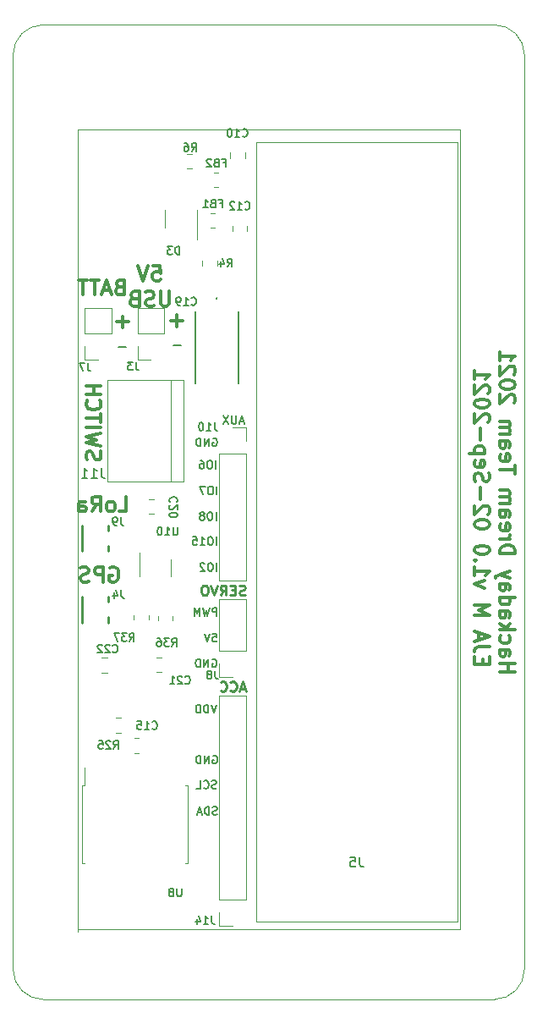
<source format=gbr>
%TF.GenerationSoftware,KiCad,Pcbnew,(5.1.10)-1*%
%TF.CreationDate,2021-09-02T16:56:43-04:00*%
%TF.ProjectId,buoy-c,62756f79-2d63-42e6-9b69-6361645f7063,1.0*%
%TF.SameCoordinates,Original*%
%TF.FileFunction,Legend,Bot*%
%TF.FilePolarity,Positive*%
%FSLAX46Y46*%
G04 Gerber Fmt 4.6, Leading zero omitted, Abs format (unit mm)*
G04 Created by KiCad (PCBNEW (5.1.10)-1) date 2021-09-02 16:56:43*
%MOMM*%
%LPD*%
G01*
G04 APERTURE LIST*
%ADD10C,0.300000*%
%ADD11C,0.150000*%
%ADD12C,0.250000*%
%ADD13C,0.120000*%
%TA.AperFunction,Profile*%
%ADD14C,0.050000*%
%TD*%
%ADD15C,0.254000*%
%ADD16C,0.200000*%
G04 APERTURE END LIST*
D10*
X149321048Y-164714285D02*
X150821048Y-164714285D01*
X150106762Y-164714285D02*
X150106762Y-163857142D01*
X149321048Y-163857142D02*
X150821048Y-163857142D01*
X149321048Y-162500000D02*
X150106762Y-162500000D01*
X150249620Y-162571428D01*
X150321048Y-162714285D01*
X150321048Y-163000000D01*
X150249620Y-163142857D01*
X149392477Y-162500000D02*
X149321048Y-162642857D01*
X149321048Y-163000000D01*
X149392477Y-163142857D01*
X149535334Y-163214285D01*
X149678191Y-163214285D01*
X149821048Y-163142857D01*
X149892477Y-163000000D01*
X149892477Y-162642857D01*
X149963905Y-162500000D01*
X149392477Y-161142857D02*
X149321048Y-161285714D01*
X149321048Y-161571428D01*
X149392477Y-161714285D01*
X149463905Y-161785714D01*
X149606762Y-161857142D01*
X150035334Y-161857142D01*
X150178191Y-161785714D01*
X150249620Y-161714285D01*
X150321048Y-161571428D01*
X150321048Y-161285714D01*
X150249620Y-161142857D01*
X149321048Y-160500000D02*
X150821048Y-160500000D01*
X149892477Y-160357142D02*
X149321048Y-159928571D01*
X150321048Y-159928571D02*
X149749620Y-160500000D01*
X149321048Y-158642857D02*
X150106762Y-158642857D01*
X150249620Y-158714285D01*
X150321048Y-158857142D01*
X150321048Y-159142857D01*
X150249620Y-159285714D01*
X149392477Y-158642857D02*
X149321048Y-158785714D01*
X149321048Y-159142857D01*
X149392477Y-159285714D01*
X149535334Y-159357142D01*
X149678191Y-159357142D01*
X149821048Y-159285714D01*
X149892477Y-159142857D01*
X149892477Y-158785714D01*
X149963905Y-158642857D01*
X149321048Y-157285714D02*
X150821048Y-157285714D01*
X149392477Y-157285714D02*
X149321048Y-157428571D01*
X149321048Y-157714285D01*
X149392477Y-157857142D01*
X149463905Y-157928571D01*
X149606762Y-158000000D01*
X150035334Y-158000000D01*
X150178191Y-157928571D01*
X150249620Y-157857142D01*
X150321048Y-157714285D01*
X150321048Y-157428571D01*
X150249620Y-157285714D01*
X149321048Y-155928571D02*
X150106762Y-155928571D01*
X150249620Y-156000000D01*
X150321048Y-156142857D01*
X150321048Y-156428571D01*
X150249620Y-156571428D01*
X149392477Y-155928571D02*
X149321048Y-156071428D01*
X149321048Y-156428571D01*
X149392477Y-156571428D01*
X149535334Y-156642857D01*
X149678191Y-156642857D01*
X149821048Y-156571428D01*
X149892477Y-156428571D01*
X149892477Y-156071428D01*
X149963905Y-155928571D01*
X150321048Y-155357142D02*
X149321048Y-155000000D01*
X150321048Y-154642857D02*
X149321048Y-155000000D01*
X148963905Y-155142857D01*
X148892477Y-155214285D01*
X148821048Y-155357142D01*
X149321048Y-152928571D02*
X150821048Y-152928571D01*
X150821048Y-152571428D01*
X150749620Y-152357142D01*
X150606762Y-152214285D01*
X150463905Y-152142857D01*
X150178191Y-152071428D01*
X149963905Y-152071428D01*
X149678191Y-152142857D01*
X149535334Y-152214285D01*
X149392477Y-152357142D01*
X149321048Y-152571428D01*
X149321048Y-152928571D01*
X149321048Y-151428571D02*
X150321048Y-151428571D01*
X150035334Y-151428571D02*
X150178191Y-151357142D01*
X150249620Y-151285714D01*
X150321048Y-151142857D01*
X150321048Y-151000000D01*
X149392477Y-149928571D02*
X149321048Y-150071428D01*
X149321048Y-150357142D01*
X149392477Y-150500000D01*
X149535334Y-150571428D01*
X150106762Y-150571428D01*
X150249620Y-150500000D01*
X150321048Y-150357142D01*
X150321048Y-150071428D01*
X150249620Y-149928571D01*
X150106762Y-149857142D01*
X149963905Y-149857142D01*
X149821048Y-150571428D01*
X149321048Y-148571428D02*
X150106762Y-148571428D01*
X150249620Y-148642857D01*
X150321048Y-148785714D01*
X150321048Y-149071428D01*
X150249620Y-149214285D01*
X149392477Y-148571428D02*
X149321048Y-148714285D01*
X149321048Y-149071428D01*
X149392477Y-149214285D01*
X149535334Y-149285714D01*
X149678191Y-149285714D01*
X149821048Y-149214285D01*
X149892477Y-149071428D01*
X149892477Y-148714285D01*
X149963905Y-148571428D01*
X149321048Y-147857142D02*
X150321048Y-147857142D01*
X150178191Y-147857142D02*
X150249620Y-147785714D01*
X150321048Y-147642857D01*
X150321048Y-147428571D01*
X150249620Y-147285714D01*
X150106762Y-147214285D01*
X149321048Y-147214285D01*
X150106762Y-147214285D02*
X150249620Y-147142857D01*
X150321048Y-147000000D01*
X150321048Y-146785714D01*
X150249620Y-146642857D01*
X150106762Y-146571428D01*
X149321048Y-146571428D01*
X150821048Y-144928571D02*
X150821048Y-144071428D01*
X149321048Y-144500000D02*
X150821048Y-144500000D01*
X149392477Y-143000000D02*
X149321048Y-143142857D01*
X149321048Y-143428571D01*
X149392477Y-143571428D01*
X149535334Y-143642857D01*
X150106762Y-143642857D01*
X150249620Y-143571428D01*
X150321048Y-143428571D01*
X150321048Y-143142857D01*
X150249620Y-143000000D01*
X150106762Y-142928571D01*
X149963905Y-142928571D01*
X149821048Y-143642857D01*
X149321048Y-141642857D02*
X150106762Y-141642857D01*
X150249620Y-141714285D01*
X150321048Y-141857142D01*
X150321048Y-142142857D01*
X150249620Y-142285714D01*
X149392477Y-141642857D02*
X149321048Y-141785714D01*
X149321048Y-142142857D01*
X149392477Y-142285714D01*
X149535334Y-142357142D01*
X149678191Y-142357142D01*
X149821048Y-142285714D01*
X149892477Y-142142857D01*
X149892477Y-141785714D01*
X149963905Y-141642857D01*
X149321048Y-140928571D02*
X150321048Y-140928571D01*
X150178191Y-140928571D02*
X150249620Y-140857142D01*
X150321048Y-140714285D01*
X150321048Y-140500000D01*
X150249620Y-140357142D01*
X150106762Y-140285714D01*
X149321048Y-140285714D01*
X150106762Y-140285714D02*
X150249620Y-140214285D01*
X150321048Y-140071428D01*
X150321048Y-139857142D01*
X150249620Y-139714285D01*
X150106762Y-139642857D01*
X149321048Y-139642857D01*
X150678191Y-137857142D02*
X150749620Y-137785714D01*
X150821048Y-137642857D01*
X150821048Y-137285714D01*
X150749620Y-137142857D01*
X150678191Y-137071428D01*
X150535334Y-137000000D01*
X150392477Y-137000000D01*
X150178191Y-137071428D01*
X149321048Y-137928571D01*
X149321048Y-137000000D01*
X150821048Y-136071428D02*
X150821048Y-135928571D01*
X150749620Y-135785714D01*
X150678191Y-135714285D01*
X150535334Y-135642857D01*
X150249620Y-135571428D01*
X149892477Y-135571428D01*
X149606762Y-135642857D01*
X149463905Y-135714285D01*
X149392477Y-135785714D01*
X149321048Y-135928571D01*
X149321048Y-136071428D01*
X149392477Y-136214285D01*
X149463905Y-136285714D01*
X149606762Y-136357142D01*
X149892477Y-136428571D01*
X150249620Y-136428571D01*
X150535334Y-136357142D01*
X150678191Y-136285714D01*
X150749620Y-136214285D01*
X150821048Y-136071428D01*
X150678191Y-135000000D02*
X150749620Y-134928571D01*
X150821048Y-134785714D01*
X150821048Y-134428571D01*
X150749620Y-134285714D01*
X150678191Y-134214285D01*
X150535334Y-134142857D01*
X150392477Y-134142857D01*
X150178191Y-134214285D01*
X149321048Y-135071428D01*
X149321048Y-134142857D01*
X149321048Y-132714285D02*
X149321048Y-133571428D01*
X149321048Y-133142857D02*
X150821048Y-133142857D01*
X150606762Y-133285714D01*
X150463905Y-133428571D01*
X150392477Y-133571428D01*
X147556762Y-163964285D02*
X147556762Y-163464285D01*
X146771048Y-163250000D02*
X146771048Y-163964285D01*
X148271048Y-163964285D01*
X148271048Y-163250000D01*
X148271048Y-162178571D02*
X147199620Y-162178571D01*
X146985334Y-162250000D01*
X146842477Y-162392857D01*
X146771048Y-162607142D01*
X146771048Y-162750000D01*
X147199620Y-161535714D02*
X147199620Y-160821428D01*
X146771048Y-161678571D02*
X148271048Y-161178571D01*
X146771048Y-160678571D01*
X146771048Y-159035714D02*
X148271048Y-159035714D01*
X147199620Y-158535714D01*
X148271048Y-158035714D01*
X146771048Y-158035714D01*
X147771048Y-156321428D02*
X146771048Y-155964285D01*
X147771048Y-155607142D01*
X146771048Y-154250000D02*
X146771048Y-155107142D01*
X146771048Y-154678571D02*
X148271048Y-154678571D01*
X148056762Y-154821428D01*
X147913905Y-154964285D01*
X147842477Y-155107142D01*
X146913905Y-153607142D02*
X146842477Y-153535714D01*
X146771048Y-153607142D01*
X146842477Y-153678571D01*
X146913905Y-153607142D01*
X146771048Y-153607142D01*
X148271048Y-152607142D02*
X148271048Y-152464285D01*
X148199620Y-152321428D01*
X148128191Y-152250000D01*
X147985334Y-152178571D01*
X147699620Y-152107142D01*
X147342477Y-152107142D01*
X147056762Y-152178571D01*
X146913905Y-152250000D01*
X146842477Y-152321428D01*
X146771048Y-152464285D01*
X146771048Y-152607142D01*
X146842477Y-152750000D01*
X146913905Y-152821428D01*
X147056762Y-152892857D01*
X147342477Y-152964285D01*
X147699620Y-152964285D01*
X147985334Y-152892857D01*
X148128191Y-152821428D01*
X148199620Y-152750000D01*
X148271048Y-152607142D01*
X148271048Y-150035714D02*
X148271048Y-149892857D01*
X148199620Y-149750000D01*
X148128191Y-149678571D01*
X147985334Y-149607142D01*
X147699620Y-149535714D01*
X147342477Y-149535714D01*
X147056762Y-149607142D01*
X146913905Y-149678571D01*
X146842477Y-149750000D01*
X146771048Y-149892857D01*
X146771048Y-150035714D01*
X146842477Y-150178571D01*
X146913905Y-150250000D01*
X147056762Y-150321428D01*
X147342477Y-150392857D01*
X147699620Y-150392857D01*
X147985334Y-150321428D01*
X148128191Y-150250000D01*
X148199620Y-150178571D01*
X148271048Y-150035714D01*
X148128191Y-148964285D02*
X148199620Y-148892857D01*
X148271048Y-148750000D01*
X148271048Y-148392857D01*
X148199620Y-148250000D01*
X148128191Y-148178571D01*
X147985334Y-148107142D01*
X147842477Y-148107142D01*
X147628191Y-148178571D01*
X146771048Y-149035714D01*
X146771048Y-148107142D01*
X147342477Y-147464285D02*
X147342477Y-146321428D01*
X146842477Y-145678571D02*
X146771048Y-145464285D01*
X146771048Y-145107142D01*
X146842477Y-144964285D01*
X146913905Y-144892857D01*
X147056762Y-144821428D01*
X147199620Y-144821428D01*
X147342477Y-144892857D01*
X147413905Y-144964285D01*
X147485334Y-145107142D01*
X147556762Y-145392857D01*
X147628191Y-145535714D01*
X147699620Y-145607142D01*
X147842477Y-145678571D01*
X147985334Y-145678571D01*
X148128191Y-145607142D01*
X148199620Y-145535714D01*
X148271048Y-145392857D01*
X148271048Y-145035714D01*
X148199620Y-144821428D01*
X146842477Y-143607142D02*
X146771048Y-143750000D01*
X146771048Y-144035714D01*
X146842477Y-144178571D01*
X146985334Y-144250000D01*
X147556762Y-144250000D01*
X147699620Y-144178571D01*
X147771048Y-144035714D01*
X147771048Y-143750000D01*
X147699620Y-143607142D01*
X147556762Y-143535714D01*
X147413905Y-143535714D01*
X147271048Y-144250000D01*
X147771048Y-142892857D02*
X146271048Y-142892857D01*
X147699620Y-142892857D02*
X147771048Y-142750000D01*
X147771048Y-142464285D01*
X147699620Y-142321428D01*
X147628191Y-142250000D01*
X147485334Y-142178571D01*
X147056762Y-142178571D01*
X146913905Y-142250000D01*
X146842477Y-142321428D01*
X146771048Y-142464285D01*
X146771048Y-142750000D01*
X146842477Y-142892857D01*
X147342477Y-141535714D02*
X147342477Y-140392857D01*
X148128191Y-139750000D02*
X148199620Y-139678571D01*
X148271048Y-139535714D01*
X148271048Y-139178571D01*
X148199620Y-139035714D01*
X148128191Y-138964285D01*
X147985334Y-138892857D01*
X147842477Y-138892857D01*
X147628191Y-138964285D01*
X146771048Y-139821428D01*
X146771048Y-138892857D01*
X148271048Y-137964285D02*
X148271048Y-137821428D01*
X148199620Y-137678571D01*
X148128191Y-137607142D01*
X147985334Y-137535714D01*
X147699620Y-137464285D01*
X147342477Y-137464285D01*
X147056762Y-137535714D01*
X146913905Y-137607142D01*
X146842477Y-137678571D01*
X146771048Y-137821428D01*
X146771048Y-137964285D01*
X146842477Y-138107142D01*
X146913905Y-138178571D01*
X147056762Y-138250000D01*
X147342477Y-138321428D01*
X147699620Y-138321428D01*
X147985334Y-138250000D01*
X148128191Y-138178571D01*
X148199620Y-138107142D01*
X148271048Y-137964285D01*
X148128191Y-136892857D02*
X148199620Y-136821428D01*
X148271048Y-136678571D01*
X148271048Y-136321428D01*
X148199620Y-136178571D01*
X148128191Y-136107142D01*
X147985334Y-136035714D01*
X147842477Y-136035714D01*
X147628191Y-136107142D01*
X146771048Y-136964285D01*
X146771048Y-136035714D01*
X146771048Y-134607142D02*
X146771048Y-135464285D01*
X146771048Y-135035714D02*
X148271048Y-135035714D01*
X148056762Y-135178571D01*
X147913905Y-135321428D01*
X147842477Y-135464285D01*
X111149877Y-148691991D02*
X111864162Y-148691991D01*
X111864162Y-147191991D01*
X110435591Y-148691991D02*
X110578448Y-148620562D01*
X110649877Y-148549134D01*
X110721305Y-148406277D01*
X110721305Y-147977705D01*
X110649877Y-147834848D01*
X110578448Y-147763420D01*
X110435591Y-147691991D01*
X110221305Y-147691991D01*
X110078448Y-147763420D01*
X110007020Y-147834848D01*
X109935591Y-147977705D01*
X109935591Y-148406277D01*
X110007020Y-148549134D01*
X110078448Y-148620562D01*
X110221305Y-148691991D01*
X110435591Y-148691991D01*
X108435591Y-148691991D02*
X108935591Y-147977705D01*
X109292734Y-148691991D02*
X109292734Y-147191991D01*
X108721305Y-147191991D01*
X108578448Y-147263420D01*
X108507020Y-147334848D01*
X108435591Y-147477705D01*
X108435591Y-147691991D01*
X108507020Y-147834848D01*
X108578448Y-147906277D01*
X108721305Y-147977705D01*
X109292734Y-147977705D01*
X107149877Y-148691991D02*
X107149877Y-147906277D01*
X107221305Y-147763420D01*
X107364162Y-147691991D01*
X107649877Y-147691991D01*
X107792734Y-147763420D01*
X107149877Y-148620562D02*
X107292734Y-148691991D01*
X107649877Y-148691991D01*
X107792734Y-148620562D01*
X107864162Y-148477705D01*
X107864162Y-148334848D01*
X107792734Y-148191991D01*
X107649877Y-148120562D01*
X107292734Y-148120562D01*
X107149877Y-148049134D01*
X110273648Y-154301760D02*
X110416505Y-154230331D01*
X110630791Y-154230331D01*
X110845077Y-154301760D01*
X110987934Y-154444617D01*
X111059362Y-154587474D01*
X111130791Y-154873188D01*
X111130791Y-155087474D01*
X111059362Y-155373188D01*
X110987934Y-155516045D01*
X110845077Y-155658902D01*
X110630791Y-155730331D01*
X110487934Y-155730331D01*
X110273648Y-155658902D01*
X110202220Y-155587474D01*
X110202220Y-155087474D01*
X110487934Y-155087474D01*
X109559362Y-155730331D02*
X109559362Y-154230331D01*
X108987934Y-154230331D01*
X108845077Y-154301760D01*
X108773648Y-154373188D01*
X108702220Y-154516045D01*
X108702220Y-154730331D01*
X108773648Y-154873188D01*
X108845077Y-154944617D01*
X108987934Y-155016045D01*
X109559362Y-155016045D01*
X108130791Y-155658902D02*
X107916505Y-155730331D01*
X107559362Y-155730331D01*
X107416505Y-155658902D01*
X107345077Y-155587474D01*
X107273648Y-155444617D01*
X107273648Y-155301760D01*
X107345077Y-155158902D01*
X107416505Y-155087474D01*
X107559362Y-155016045D01*
X107845077Y-154944617D01*
X107987934Y-154873188D01*
X108059362Y-154801760D01*
X108130791Y-154658902D01*
X108130791Y-154516045D01*
X108059362Y-154373188D01*
X107987934Y-154301760D01*
X107845077Y-154230331D01*
X107487934Y-154230331D01*
X107273648Y-154301760D01*
D11*
X120906440Y-154646584D02*
X120906440Y-153846584D01*
X120373106Y-153846584D02*
X120220725Y-153846584D01*
X120144535Y-153884680D01*
X120068344Y-153960870D01*
X120030249Y-154113251D01*
X120030249Y-154379918D01*
X120068344Y-154532299D01*
X120144535Y-154608489D01*
X120220725Y-154646584D01*
X120373106Y-154646584D01*
X120449297Y-154608489D01*
X120525487Y-154532299D01*
X120563582Y-154379918D01*
X120563582Y-154113251D01*
X120525487Y-153960870D01*
X120449297Y-153884680D01*
X120373106Y-153846584D01*
X119725487Y-153922775D02*
X119687392Y-153884680D01*
X119611201Y-153846584D01*
X119420725Y-153846584D01*
X119344535Y-153884680D01*
X119306440Y-153922775D01*
X119268344Y-153998965D01*
X119268344Y-154075156D01*
X119306440Y-154189441D01*
X119763582Y-154646584D01*
X119268344Y-154646584D01*
X120908932Y-152030384D02*
X120908932Y-151230384D01*
X120375599Y-151230384D02*
X120223218Y-151230384D01*
X120147027Y-151268480D01*
X120070837Y-151344670D01*
X120032741Y-151497051D01*
X120032741Y-151763718D01*
X120070837Y-151916099D01*
X120147027Y-151992289D01*
X120223218Y-152030384D01*
X120375599Y-152030384D01*
X120451789Y-151992289D01*
X120527980Y-151916099D01*
X120566075Y-151763718D01*
X120566075Y-151497051D01*
X120527980Y-151344670D01*
X120451789Y-151268480D01*
X120375599Y-151230384D01*
X119270837Y-152030384D02*
X119727980Y-152030384D01*
X119499408Y-152030384D02*
X119499408Y-151230384D01*
X119575599Y-151344670D01*
X119651789Y-151420860D01*
X119727980Y-151458956D01*
X118547027Y-151230384D02*
X118927980Y-151230384D01*
X118966075Y-151611337D01*
X118927980Y-151573241D01*
X118851789Y-151535146D01*
X118661313Y-151535146D01*
X118585122Y-151573241D01*
X118547027Y-151611337D01*
X118508932Y-151687527D01*
X118508932Y-151878003D01*
X118547027Y-151954194D01*
X118585122Y-151992289D01*
X118661313Y-152030384D01*
X118851789Y-152030384D01*
X118927980Y-151992289D01*
X118966075Y-151954194D01*
X120875960Y-149546264D02*
X120875960Y-148746264D01*
X120342626Y-148746264D02*
X120190245Y-148746264D01*
X120114055Y-148784360D01*
X120037864Y-148860550D01*
X119999769Y-149012931D01*
X119999769Y-149279598D01*
X120037864Y-149431979D01*
X120114055Y-149508169D01*
X120190245Y-149546264D01*
X120342626Y-149546264D01*
X120418817Y-149508169D01*
X120495007Y-149431979D01*
X120533102Y-149279598D01*
X120533102Y-149012931D01*
X120495007Y-148860550D01*
X120418817Y-148784360D01*
X120342626Y-148746264D01*
X119542626Y-149089121D02*
X119618817Y-149051026D01*
X119656912Y-149012931D01*
X119695007Y-148936740D01*
X119695007Y-148898645D01*
X119656912Y-148822455D01*
X119618817Y-148784360D01*
X119542626Y-148746264D01*
X119390245Y-148746264D01*
X119314055Y-148784360D01*
X119275960Y-148822455D01*
X119237864Y-148898645D01*
X119237864Y-148936740D01*
X119275960Y-149012931D01*
X119314055Y-149051026D01*
X119390245Y-149089121D01*
X119542626Y-149089121D01*
X119618817Y-149127217D01*
X119656912Y-149165312D01*
X119695007Y-149241502D01*
X119695007Y-149393883D01*
X119656912Y-149470074D01*
X119618817Y-149508169D01*
X119542626Y-149546264D01*
X119390245Y-149546264D01*
X119314055Y-149508169D01*
X119275960Y-149470074D01*
X119237864Y-149393883D01*
X119237864Y-149241502D01*
X119275960Y-149165312D01*
X119314055Y-149127217D01*
X119390245Y-149089121D01*
X120934380Y-146988484D02*
X120934380Y-146188484D01*
X120401046Y-146188484D02*
X120248665Y-146188484D01*
X120172475Y-146226580D01*
X120096284Y-146302770D01*
X120058189Y-146455151D01*
X120058189Y-146721818D01*
X120096284Y-146874199D01*
X120172475Y-146950389D01*
X120248665Y-146988484D01*
X120401046Y-146988484D01*
X120477237Y-146950389D01*
X120553427Y-146874199D01*
X120591522Y-146721818D01*
X120591522Y-146455151D01*
X120553427Y-146302770D01*
X120477237Y-146226580D01*
X120401046Y-146188484D01*
X119791522Y-146188484D02*
X119258189Y-146188484D01*
X119601046Y-146988484D01*
X120848020Y-144402764D02*
X120848020Y-143602764D01*
X120314686Y-143602764D02*
X120162305Y-143602764D01*
X120086115Y-143640860D01*
X120009924Y-143717050D01*
X119971829Y-143869431D01*
X119971829Y-144136098D01*
X120009924Y-144288479D01*
X120086115Y-144364669D01*
X120162305Y-144402764D01*
X120314686Y-144402764D01*
X120390877Y-144364669D01*
X120467067Y-144288479D01*
X120505162Y-144136098D01*
X120505162Y-143869431D01*
X120467067Y-143717050D01*
X120390877Y-143640860D01*
X120314686Y-143602764D01*
X119286115Y-143602764D02*
X119438496Y-143602764D01*
X119514686Y-143640860D01*
X119552781Y-143678955D01*
X119628972Y-143793240D01*
X119667067Y-143945621D01*
X119667067Y-144250383D01*
X119628972Y-144326574D01*
X119590877Y-144364669D01*
X119514686Y-144402764D01*
X119362305Y-144402764D01*
X119286115Y-144364669D01*
X119248020Y-144326574D01*
X119209924Y-144250383D01*
X119209924Y-144059907D01*
X119248020Y-143983717D01*
X119286115Y-143945621D01*
X119362305Y-143907526D01*
X119514686Y-143907526D01*
X119590877Y-143945621D01*
X119628972Y-143983717D01*
X119667067Y-144059907D01*
X120540703Y-141403120D02*
X120616894Y-141365024D01*
X120731180Y-141365024D01*
X120845465Y-141403120D01*
X120921656Y-141479310D01*
X120959751Y-141555500D01*
X120997846Y-141707881D01*
X120997846Y-141822167D01*
X120959751Y-141974548D01*
X120921656Y-142050739D01*
X120845465Y-142126929D01*
X120731180Y-142165024D01*
X120654989Y-142165024D01*
X120540703Y-142126929D01*
X120502608Y-142088834D01*
X120502608Y-141822167D01*
X120654989Y-141822167D01*
X120159751Y-142165024D02*
X120159751Y-141365024D01*
X119702608Y-142165024D01*
X119702608Y-141365024D01*
X119321656Y-142165024D02*
X119321656Y-141365024D01*
X119131180Y-141365024D01*
X119016894Y-141403120D01*
X118940703Y-141479310D01*
X118902608Y-141555500D01*
X118864513Y-141707881D01*
X118864513Y-141822167D01*
X118902608Y-141974548D01*
X118940703Y-142050739D01*
X119016894Y-142126929D01*
X119131180Y-142165024D01*
X119321656Y-142165024D01*
X123624216Y-139698713D02*
X123243263Y-139698713D01*
X123700406Y-139927284D02*
X123433740Y-139127284D01*
X123167073Y-139927284D01*
X122900406Y-139127284D02*
X122900406Y-139774903D01*
X122862311Y-139851094D01*
X122824216Y-139889189D01*
X122748025Y-139927284D01*
X122595644Y-139927284D01*
X122519454Y-139889189D01*
X122481359Y-139851094D01*
X122443263Y-139774903D01*
X122443263Y-139127284D01*
X122138501Y-139127284D02*
X121605168Y-139927284D01*
X121605168Y-139127284D02*
X122138501Y-139927284D01*
X120492443Y-163475720D02*
X120568634Y-163437624D01*
X120682920Y-163437624D01*
X120797205Y-163475720D01*
X120873396Y-163551910D01*
X120911491Y-163628100D01*
X120949586Y-163780481D01*
X120949586Y-163894767D01*
X120911491Y-164047148D01*
X120873396Y-164123339D01*
X120797205Y-164199529D01*
X120682920Y-164237624D01*
X120606729Y-164237624D01*
X120492443Y-164199529D01*
X120454348Y-164161434D01*
X120454348Y-163894767D01*
X120606729Y-163894767D01*
X120111491Y-164237624D02*
X120111491Y-163437624D01*
X119654348Y-164237624D01*
X119654348Y-163437624D01*
X119273396Y-164237624D02*
X119273396Y-163437624D01*
X119082920Y-163437624D01*
X118968634Y-163475720D01*
X118892443Y-163551910D01*
X118854348Y-163628100D01*
X118816253Y-163780481D01*
X118816253Y-163894767D01*
X118854348Y-164047148D01*
X118892443Y-164123339D01*
X118968634Y-164199529D01*
X119082920Y-164237624D01*
X119273396Y-164237624D01*
X120930529Y-159129684D02*
X120930529Y-158329684D01*
X120625767Y-158329684D01*
X120549577Y-158367780D01*
X120511481Y-158405875D01*
X120473386Y-158482065D01*
X120473386Y-158596351D01*
X120511481Y-158672541D01*
X120549577Y-158710637D01*
X120625767Y-158748732D01*
X120930529Y-158748732D01*
X120206720Y-158329684D02*
X120016243Y-159129684D01*
X119863862Y-158558256D01*
X119711481Y-159129684D01*
X119521005Y-158329684D01*
X119216243Y-159129684D02*
X119216243Y-158329684D01*
X118949577Y-158901113D01*
X118682910Y-158329684D01*
X118682910Y-159129684D01*
X120525520Y-160912864D02*
X120906473Y-160912864D01*
X120944568Y-161293817D01*
X120906473Y-161255721D01*
X120830282Y-161217626D01*
X120639806Y-161217626D01*
X120563616Y-161255721D01*
X120525520Y-161293817D01*
X120487425Y-161370007D01*
X120487425Y-161560483D01*
X120525520Y-161636674D01*
X120563616Y-161674769D01*
X120639806Y-161712864D01*
X120830282Y-161712864D01*
X120906473Y-161674769D01*
X120944568Y-161636674D01*
X120258854Y-160912864D02*
X119992187Y-161712864D01*
X119725520Y-160912864D01*
D12*
X123780276Y-157018621D02*
X123637419Y-157066240D01*
X123399323Y-157066240D01*
X123304085Y-157018621D01*
X123256466Y-156971002D01*
X123208847Y-156875764D01*
X123208847Y-156780526D01*
X123256466Y-156685288D01*
X123304085Y-156637669D01*
X123399323Y-156590050D01*
X123589800Y-156542431D01*
X123685038Y-156494812D01*
X123732657Y-156447193D01*
X123780276Y-156351955D01*
X123780276Y-156256717D01*
X123732657Y-156161479D01*
X123685038Y-156113860D01*
X123589800Y-156066240D01*
X123351704Y-156066240D01*
X123208847Y-156113860D01*
X122780276Y-156542431D02*
X122446942Y-156542431D01*
X122304085Y-157066240D02*
X122780276Y-157066240D01*
X122780276Y-156066240D01*
X122304085Y-156066240D01*
X121304085Y-157066240D02*
X121637419Y-156590050D01*
X121875514Y-157066240D02*
X121875514Y-156066240D01*
X121494561Y-156066240D01*
X121399323Y-156113860D01*
X121351704Y-156161479D01*
X121304085Y-156256717D01*
X121304085Y-156399574D01*
X121351704Y-156494812D01*
X121399323Y-156542431D01*
X121494561Y-156590050D01*
X121875514Y-156590050D01*
X121018371Y-156066240D02*
X120685038Y-157066240D01*
X120351704Y-156066240D01*
X119827895Y-156066240D02*
X119637419Y-156066240D01*
X119542180Y-156113860D01*
X119446942Y-156209098D01*
X119399323Y-156399574D01*
X119399323Y-156732907D01*
X119446942Y-156923383D01*
X119542180Y-157018621D01*
X119637419Y-157066240D01*
X119827895Y-157066240D01*
X119923133Y-157018621D01*
X120018371Y-156923383D01*
X120065990Y-156732907D01*
X120065990Y-156399574D01*
X120018371Y-156209098D01*
X119923133Y-156113860D01*
X119827895Y-156066240D01*
X123780395Y-166409666D02*
X123304204Y-166409666D01*
X123875633Y-166695380D02*
X123542300Y-165695380D01*
X123208966Y-166695380D01*
X122304204Y-166600142D02*
X122351823Y-166647761D01*
X122494680Y-166695380D01*
X122589919Y-166695380D01*
X122732776Y-166647761D01*
X122828014Y-166552523D01*
X122875633Y-166457285D01*
X122923252Y-166266809D01*
X122923252Y-166123952D01*
X122875633Y-165933476D01*
X122828014Y-165838238D01*
X122732776Y-165743000D01*
X122589919Y-165695380D01*
X122494680Y-165695380D01*
X122351823Y-165743000D01*
X122304204Y-165790619D01*
X121304204Y-166600142D02*
X121351823Y-166647761D01*
X121494680Y-166695380D01*
X121589919Y-166695380D01*
X121732776Y-166647761D01*
X121828014Y-166552523D01*
X121875633Y-166457285D01*
X121923252Y-166266809D01*
X121923252Y-166123952D01*
X121875633Y-165933476D01*
X121828014Y-165838238D01*
X121732776Y-165743000D01*
X121589919Y-165695380D01*
X121494680Y-165695380D01*
X121351823Y-165743000D01*
X121304204Y-165790619D01*
D11*
X120968648Y-178992489D02*
X120854362Y-179030584D01*
X120663886Y-179030584D01*
X120587696Y-178992489D01*
X120549600Y-178954394D01*
X120511505Y-178878203D01*
X120511505Y-178802013D01*
X120549600Y-178725822D01*
X120587696Y-178687727D01*
X120663886Y-178649632D01*
X120816267Y-178611537D01*
X120892458Y-178573441D01*
X120930553Y-178535346D01*
X120968648Y-178459156D01*
X120968648Y-178382965D01*
X120930553Y-178306775D01*
X120892458Y-178268680D01*
X120816267Y-178230584D01*
X120625791Y-178230584D01*
X120511505Y-178268680D01*
X120168648Y-179030584D02*
X120168648Y-178230584D01*
X119978172Y-178230584D01*
X119863886Y-178268680D01*
X119787696Y-178344870D01*
X119749600Y-178421060D01*
X119711505Y-178573441D01*
X119711505Y-178687727D01*
X119749600Y-178840108D01*
X119787696Y-178916299D01*
X119863886Y-178992489D01*
X119978172Y-179030584D01*
X120168648Y-179030584D01*
X119406743Y-178802013D02*
X119025791Y-178802013D01*
X119482934Y-179030584D02*
X119216267Y-178230584D01*
X118949600Y-179030584D01*
X120908960Y-176376289D02*
X120794675Y-176414384D01*
X120604199Y-176414384D01*
X120528008Y-176376289D01*
X120489913Y-176338194D01*
X120451818Y-176262003D01*
X120451818Y-176185813D01*
X120489913Y-176109622D01*
X120528008Y-176071527D01*
X120604199Y-176033432D01*
X120756580Y-175995337D01*
X120832770Y-175957241D01*
X120870865Y-175919146D01*
X120908960Y-175842956D01*
X120908960Y-175766765D01*
X120870865Y-175690575D01*
X120832770Y-175652480D01*
X120756580Y-175614384D01*
X120566103Y-175614384D01*
X120451818Y-175652480D01*
X119651818Y-176338194D02*
X119689913Y-176376289D01*
X119804199Y-176414384D01*
X119880389Y-176414384D01*
X119994675Y-176376289D01*
X120070865Y-176300099D01*
X120108960Y-176223908D01*
X120147056Y-176071527D01*
X120147056Y-175957241D01*
X120108960Y-175804860D01*
X120070865Y-175728670D01*
X119994675Y-175652480D01*
X119880389Y-175614384D01*
X119804199Y-175614384D01*
X119689913Y-175652480D01*
X119651818Y-175690575D01*
X118928008Y-176414384D02*
X119308960Y-176414384D01*
X119308960Y-175614384D01*
X120566103Y-173155660D02*
X120642294Y-173117564D01*
X120756580Y-173117564D01*
X120870865Y-173155660D01*
X120947056Y-173231850D01*
X120985151Y-173308040D01*
X121023246Y-173460421D01*
X121023246Y-173574707D01*
X120985151Y-173727088D01*
X120947056Y-173803279D01*
X120870865Y-173879469D01*
X120756580Y-173917564D01*
X120680389Y-173917564D01*
X120566103Y-173879469D01*
X120528008Y-173841374D01*
X120528008Y-173574707D01*
X120680389Y-173574707D01*
X120185151Y-173917564D02*
X120185151Y-173117564D01*
X119728008Y-173917564D01*
X119728008Y-173117564D01*
X119347056Y-173917564D02*
X119347056Y-173117564D01*
X119156580Y-173117564D01*
X119042294Y-173155660D01*
X118966103Y-173231850D01*
X118928008Y-173308040D01*
X118889913Y-173460421D01*
X118889913Y-173574707D01*
X118928008Y-173727088D01*
X118966103Y-173803279D01*
X119042294Y-173879469D01*
X119156580Y-173917564D01*
X119347056Y-173917564D01*
X120901326Y-168047724D02*
X120634660Y-168847724D01*
X120367993Y-168047724D01*
X120101326Y-168847724D02*
X120101326Y-168047724D01*
X119910850Y-168047724D01*
X119796564Y-168085820D01*
X119720374Y-168162010D01*
X119682279Y-168238200D01*
X119644183Y-168390581D01*
X119644183Y-168504867D01*
X119682279Y-168657248D01*
X119720374Y-168733439D01*
X119796564Y-168809629D01*
X119910850Y-168847724D01*
X120101326Y-168847724D01*
X119301326Y-168847724D02*
X119301326Y-168047724D01*
X119110850Y-168047724D01*
X118996564Y-168085820D01*
X118920374Y-168162010D01*
X118882279Y-168238200D01*
X118844183Y-168390581D01*
X118844183Y-168504867D01*
X118882279Y-168657248D01*
X118920374Y-168733439D01*
X118996564Y-168809629D01*
X119110850Y-168847724D01*
X119301326Y-168847724D01*
D10*
X107921977Y-143521120D02*
X107850548Y-143306834D01*
X107850548Y-142949691D01*
X107921977Y-142806834D01*
X107993405Y-142735405D01*
X108136262Y-142663977D01*
X108279120Y-142663977D01*
X108421977Y-142735405D01*
X108493405Y-142806834D01*
X108564834Y-142949691D01*
X108636262Y-143235405D01*
X108707691Y-143378262D01*
X108779120Y-143449691D01*
X108921977Y-143521120D01*
X109064834Y-143521120D01*
X109207691Y-143449691D01*
X109279120Y-143378262D01*
X109350548Y-143235405D01*
X109350548Y-142878262D01*
X109279120Y-142663977D01*
X109350548Y-142163977D02*
X107850548Y-141806834D01*
X108921977Y-141521120D01*
X107850548Y-141235405D01*
X109350548Y-140878262D01*
X107850548Y-140306834D02*
X109350548Y-140306834D01*
X109350548Y-139806834D02*
X109350548Y-138949691D01*
X107850548Y-139378262D02*
X109350548Y-139378262D01*
X107993405Y-137592548D02*
X107921977Y-137663977D01*
X107850548Y-137878262D01*
X107850548Y-138021120D01*
X107921977Y-138235405D01*
X108064834Y-138378262D01*
X108207691Y-138449691D01*
X108493405Y-138521120D01*
X108707691Y-138521120D01*
X108993405Y-138449691D01*
X109136262Y-138378262D01*
X109279120Y-138235405D01*
X109350548Y-138021120D01*
X109350548Y-137878262D01*
X109279120Y-137663977D01*
X109207691Y-137592548D01*
X107850548Y-136949691D02*
X109350548Y-136949691D01*
X108636262Y-136949691D02*
X108636262Y-136092548D01*
X107850548Y-136092548D02*
X109350548Y-136092548D01*
X110937111Y-129725882D02*
X112079968Y-129725882D01*
X111508540Y-130297311D02*
X111508540Y-129154454D01*
D11*
X111889492Y-132202228D02*
X111127587Y-132202228D01*
X117337792Y-132065068D02*
X116575887Y-132065068D01*
D10*
X116385411Y-129588722D02*
X117528268Y-129588722D01*
X116956840Y-130160151D02*
X116956840Y-129017294D01*
X111208451Y-126237537D02*
X110994165Y-126308965D01*
X110922737Y-126380394D01*
X110851308Y-126523251D01*
X110851308Y-126737537D01*
X110922737Y-126880394D01*
X110994165Y-126951822D01*
X111137022Y-127023251D01*
X111708451Y-127023251D01*
X111708451Y-125523251D01*
X111208451Y-125523251D01*
X111065594Y-125594680D01*
X110994165Y-125666108D01*
X110922737Y-125808965D01*
X110922737Y-125951822D01*
X110994165Y-126094680D01*
X111065594Y-126166108D01*
X111208451Y-126237537D01*
X111708451Y-126237537D01*
X110279880Y-126594680D02*
X109565594Y-126594680D01*
X110422737Y-127023251D02*
X109922737Y-125523251D01*
X109422737Y-127023251D01*
X109137022Y-125523251D02*
X108279880Y-125523251D01*
X108708451Y-127023251D02*
X108708451Y-125523251D01*
X107994165Y-125523251D02*
X107137022Y-125523251D01*
X107565594Y-127023251D02*
X107565594Y-125523251D01*
X114567934Y-124111091D02*
X115282220Y-124111091D01*
X115353648Y-124825377D01*
X115282220Y-124753948D01*
X115139362Y-124682520D01*
X114782220Y-124682520D01*
X114639362Y-124753948D01*
X114567934Y-124825377D01*
X114496505Y-124968234D01*
X114496505Y-125325377D01*
X114567934Y-125468234D01*
X114639362Y-125539662D01*
X114782220Y-125611091D01*
X115139362Y-125611091D01*
X115282220Y-125539662D01*
X115353648Y-125468234D01*
X114067934Y-124111091D02*
X113567934Y-125611091D01*
X113067934Y-124111091D01*
X116175077Y-126661091D02*
X116175077Y-127875377D01*
X116103648Y-128018234D01*
X116032220Y-128089662D01*
X115889362Y-128161091D01*
X115603648Y-128161091D01*
X115460791Y-128089662D01*
X115389362Y-128018234D01*
X115317934Y-127875377D01*
X115317934Y-126661091D01*
X114675077Y-128089662D02*
X114460791Y-128161091D01*
X114103648Y-128161091D01*
X113960791Y-128089662D01*
X113889362Y-128018234D01*
X113817934Y-127875377D01*
X113817934Y-127732520D01*
X113889362Y-127589662D01*
X113960791Y-127518234D01*
X114103648Y-127446805D01*
X114389362Y-127375377D01*
X114532220Y-127303948D01*
X114603648Y-127232520D01*
X114675077Y-127089662D01*
X114675077Y-126946805D01*
X114603648Y-126803948D01*
X114532220Y-126732520D01*
X114389362Y-126661091D01*
X114032220Y-126661091D01*
X113817934Y-126732520D01*
X112675077Y-127375377D02*
X112460791Y-127446805D01*
X112389362Y-127518234D01*
X112317934Y-127661091D01*
X112317934Y-127875377D01*
X112389362Y-128018234D01*
X112460791Y-128089662D01*
X112603648Y-128161091D01*
X113175077Y-128161091D01*
X113175077Y-126661091D01*
X112675077Y-126661091D01*
X112532220Y-126732520D01*
X112460791Y-126803948D01*
X112389362Y-126946805D01*
X112389362Y-127089662D01*
X112460791Y-127232520D01*
X112532220Y-127303948D01*
X112675077Y-127375377D01*
X113175077Y-127375377D01*
D13*
X107000000Y-190500000D02*
X145300000Y-190500000D01*
X107000000Y-110500000D02*
X145300000Y-110500000D01*
X145300000Y-110500000D02*
X145300000Y-190500000D01*
X107000000Y-110500000D02*
X107000000Y-190700000D01*
D14*
X151750000Y-194500000D02*
G75*
G02*
X148750000Y-197500000I-3000000J0D01*
G01*
X148750000Y-100000000D02*
G75*
G02*
X151750000Y-103000000I0J-3000000D01*
G01*
X103550000Y-197500000D02*
G75*
G02*
X100550000Y-194500000I0J3000000D01*
G01*
X100550000Y-103000000D02*
G75*
G02*
X103550000Y-100000000I3000000J0D01*
G01*
X103550000Y-197500000D02*
X148750000Y-197500000D01*
X103550000Y-100000000D02*
X148750000Y-100000000D01*
X151750000Y-103000000D02*
X151750000Y-194500000D01*
X100550000Y-103000000D02*
X100550000Y-194500000D01*
D13*
%TO.C,J5*%
X145025600Y-189700000D02*
X145025600Y-111700000D01*
X145025600Y-111700000D02*
X124925600Y-111700000D01*
X124925600Y-111700000D02*
X124925600Y-189700000D01*
X124925600Y-189700000D02*
X145025600Y-189700000D01*
%TO.C,J3*%
X113015720Y-133516680D02*
X114345720Y-133516680D01*
X113015720Y-132186680D02*
X113015720Y-133516680D01*
X113015720Y-130916680D02*
X115675720Y-130916680D01*
X115675720Y-130916680D02*
X115675720Y-128316680D01*
X113015720Y-130916680D02*
X113015720Y-128316680D01*
X113015720Y-128316680D02*
X115675720Y-128316680D01*
%TO.C,J10*%
X123851980Y-140272460D02*
X122521980Y-140272460D01*
X123851980Y-141602460D02*
X123851980Y-140272460D01*
X123851980Y-142872460D02*
X121191980Y-142872460D01*
X121191980Y-142872460D02*
X121191980Y-155632460D01*
X123851980Y-142872460D02*
X123851980Y-155632460D01*
X123851980Y-155632460D02*
X121191980Y-155632460D01*
%TO.C,J7*%
X107732520Y-128316680D02*
X110392520Y-128316680D01*
X107732520Y-130916680D02*
X107732520Y-128316680D01*
X110392520Y-130916680D02*
X110392520Y-128316680D01*
X107732520Y-130916680D02*
X110392520Y-130916680D01*
X107732520Y-132186680D02*
X107732520Y-133516680D01*
X107732520Y-133516680D02*
X109062520Y-133516680D01*
%TO.C,J14*%
X121191980Y-167125340D02*
X123851980Y-167125340D01*
X121191980Y-187505340D02*
X121191980Y-167125340D01*
X123851980Y-187505340D02*
X123851980Y-167125340D01*
X121191980Y-187505340D02*
X123851980Y-187505340D01*
X121191980Y-188775340D02*
X121191980Y-190105340D01*
X121191980Y-190105340D02*
X122521980Y-190105340D01*
D15*
%TO.C,J9*%
X110052640Y-152666220D02*
X110052640Y-152135890D01*
X110052640Y-150066220D02*
X110052640Y-150578220D01*
X107452640Y-152666220D02*
X107452640Y-150066220D01*
%TO.C,J4*%
X110052640Y-159811980D02*
X110052640Y-159281650D01*
X110052640Y-157211980D02*
X110052640Y-157723980D01*
X107452640Y-159811980D02*
X107452640Y-157211980D01*
D13*
%TO.C,C10*%
X123780220Y-113319232D02*
X123780220Y-112796728D01*
X122310220Y-113319232D02*
X122310220Y-112796728D01*
%TO.C,C12*%
X123963100Y-120086488D02*
X123963100Y-120608992D01*
X122493100Y-120086488D02*
X122493100Y-120608992D01*
%TO.C,C15*%
X111360852Y-170813400D02*
X110838348Y-170813400D01*
X111360852Y-169343400D02*
X110838348Y-169343400D01*
D16*
%TO.C,C19*%
X120947180Y-127306060D02*
X120947180Y-127306060D01*
X120947180Y-127406060D02*
X120947180Y-127406060D01*
X120947180Y-127306060D02*
X120947180Y-127306060D01*
X123097180Y-128656060D02*
X123097180Y-128656060D01*
X123097180Y-135906060D02*
X123097180Y-128656060D01*
X123097180Y-135906060D02*
X123097180Y-135906060D01*
X123097180Y-128656060D02*
X123097180Y-135906060D01*
X118797180Y-128656060D02*
X118797180Y-128656060D01*
X118797180Y-135906060D02*
X118797180Y-128656060D01*
X118797180Y-135906060D02*
X118797180Y-135906060D01*
X118797180Y-128656060D02*
X118797180Y-135906060D01*
X120947180Y-127406060D02*
G75*
G03*
X120947180Y-127306060I0J50000D01*
G01*
X120947180Y-127306060D02*
G75*
G03*
X120947180Y-127406060I0J-50000D01*
G01*
X120947180Y-127406060D02*
G75*
G03*
X120947180Y-127306060I0J50000D01*
G01*
D13*
%TO.C,C20*%
X114163208Y-148921140D02*
X114685712Y-148921140D01*
X114163208Y-147451140D02*
X114685712Y-147451140D01*
%TO.C,C21*%
X115432472Y-163298200D02*
X114909968Y-163298200D01*
X115432472Y-164768200D02*
X114909968Y-164768200D01*
%TO.C,C22*%
X109953652Y-163326140D02*
X109431148Y-163326140D01*
X109953652Y-164796140D02*
X109431148Y-164796140D01*
%TO.C,D3*%
X118945300Y-118523180D02*
X118945300Y-121473180D01*
X115725300Y-120323180D02*
X115725300Y-118523180D01*
%TO.C,FB1*%
X120790064Y-118843120D02*
X120335936Y-118843120D01*
X120790064Y-120313120D02*
X120335936Y-120313120D01*
%TO.C,FB2*%
X121113284Y-116236420D02*
X120659156Y-116236420D01*
X121113284Y-114766420D02*
X120659156Y-114766420D01*
%TO.C,J8*%
X121191980Y-157496200D02*
X123851980Y-157496200D01*
X121191980Y-162636200D02*
X121191980Y-157496200D01*
X123851980Y-162636200D02*
X123851980Y-157496200D01*
X121191980Y-162636200D02*
X123851980Y-162636200D01*
X121191980Y-163906200D02*
X121191980Y-165236200D01*
X121191980Y-165236200D02*
X122521980Y-165236200D01*
%TO.C,J11*%
X117607080Y-135506460D02*
X117607080Y-145666460D01*
X109987080Y-135506460D02*
X117607080Y-135506460D01*
X109987080Y-145666460D02*
X109987080Y-135506460D01*
X117607080Y-145666460D02*
X109987080Y-145666460D01*
X116337080Y-145666460D02*
X116337080Y-135506460D01*
%TO.C,R4*%
X120963360Y-124081904D02*
X120963360Y-123627776D01*
X119493360Y-124081904D02*
X119493360Y-123627776D01*
%TO.C,R6*%
X117966756Y-112930000D02*
X118420884Y-112930000D01*
X117966756Y-114400000D02*
X118420884Y-114400000D01*
%TO.C,R25*%
X112701336Y-171362700D02*
X113155464Y-171362700D01*
X112701336Y-172832700D02*
X113155464Y-172832700D01*
%TO.C,R36*%
X115081380Y-159604444D02*
X115081380Y-159150316D01*
X116551380Y-159604444D02*
X116551380Y-159150316D01*
%TO.C,R37*%
X114123140Y-159528244D02*
X114123140Y-159074116D01*
X112653140Y-159528244D02*
X112653140Y-159074116D01*
%TO.C,U8*%
X107732900Y-176129480D02*
X107732900Y-174314480D01*
X107477900Y-176129480D02*
X107732900Y-176129480D01*
X107477900Y-179989480D02*
X107477900Y-176129480D01*
X107477900Y-183849480D02*
X107732900Y-183849480D01*
X107477900Y-179989480D02*
X107477900Y-183849480D01*
X117997900Y-176129480D02*
X117742900Y-176129480D01*
X117997900Y-179989480D02*
X117997900Y-176129480D01*
X117997900Y-183849480D02*
X117742900Y-183849480D01*
X117997900Y-179989480D02*
X117997900Y-183849480D01*
%TO.C,U10*%
X113249740Y-155215480D02*
X113249740Y-152785480D01*
X116319740Y-153455480D02*
X116319740Y-155215480D01*
%TD*%
%TO.C,J5*%
D11*
X135255593Y-183254400D02*
X135255593Y-183968686D01*
X135303212Y-184111543D01*
X135398450Y-184206781D01*
X135541307Y-184254400D01*
X135636545Y-184254400D01*
X134303212Y-183254400D02*
X134779402Y-183254400D01*
X134827021Y-183730591D01*
X134779402Y-183682972D01*
X134684164Y-183635353D01*
X134446069Y-183635353D01*
X134350831Y-183682972D01*
X134303212Y-183730591D01*
X134255593Y-183825829D01*
X134255593Y-184063924D01*
X134303212Y-184159162D01*
X134350831Y-184206781D01*
X134446069Y-184254400D01*
X134684164Y-184254400D01*
X134779402Y-184206781D01*
X134827021Y-184159162D01*
%TO.C,J3*%
X112864866Y-133742484D02*
X112864866Y-134313913D01*
X112902961Y-134428199D01*
X112979152Y-134504389D01*
X113093438Y-134542484D01*
X113169628Y-134542484D01*
X112560104Y-133742484D02*
X112064866Y-133742484D01*
X112331533Y-134047246D01*
X112217247Y-134047246D01*
X112141057Y-134085341D01*
X112102961Y-134123437D01*
X112064866Y-134199627D01*
X112064866Y-134390103D01*
X112102961Y-134466294D01*
X112141057Y-134504389D01*
X112217247Y-134542484D01*
X112445819Y-134542484D01*
X112522009Y-134504389D01*
X112560104Y-134466294D01*
%TO.C,J10*%
X120708339Y-139795304D02*
X120708339Y-140366733D01*
X120746434Y-140481019D01*
X120822624Y-140557209D01*
X120936910Y-140595304D01*
X121013100Y-140595304D01*
X119908339Y-140595304D02*
X120365481Y-140595304D01*
X120136910Y-140595304D02*
X120136910Y-139795304D01*
X120213100Y-139909590D01*
X120289291Y-139985780D01*
X120365481Y-140023876D01*
X119413100Y-139795304D02*
X119336910Y-139795304D01*
X119260720Y-139833400D01*
X119222624Y-139871495D01*
X119184529Y-139947685D01*
X119146434Y-140100066D01*
X119146434Y-140290542D01*
X119184529Y-140442923D01*
X119222624Y-140519114D01*
X119260720Y-140557209D01*
X119336910Y-140595304D01*
X119413100Y-140595304D01*
X119489291Y-140557209D01*
X119527386Y-140519114D01*
X119565481Y-140442923D01*
X119603577Y-140290542D01*
X119603577Y-140100066D01*
X119565481Y-139947685D01*
X119527386Y-139871495D01*
X119489291Y-139833400D01*
X119413100Y-139795304D01*
%TO.C,J7*%
X108028706Y-133798364D02*
X108028706Y-134369793D01*
X108066801Y-134484079D01*
X108142992Y-134560269D01*
X108257278Y-134598364D01*
X108333468Y-134598364D01*
X107723944Y-133798364D02*
X107190611Y-133798364D01*
X107533468Y-134598364D01*
%TO.C,J14*%
X120421319Y-189162744D02*
X120421319Y-189734173D01*
X120459414Y-189848459D01*
X120535604Y-189924649D01*
X120649890Y-189962744D01*
X120726080Y-189962744D01*
X119621319Y-189962744D02*
X120078461Y-189962744D01*
X119849890Y-189962744D02*
X119849890Y-189162744D01*
X119926080Y-189277030D01*
X120002271Y-189353220D01*
X120078461Y-189391316D01*
X118935604Y-189429411D02*
X118935604Y-189962744D01*
X119126080Y-189124649D02*
X119316557Y-189696078D01*
X118821319Y-189696078D01*
%TO.C,J9*%
X111325626Y-149277124D02*
X111325626Y-149848553D01*
X111363721Y-149962839D01*
X111439912Y-150039029D01*
X111554198Y-150077124D01*
X111630388Y-150077124D01*
X110906579Y-150077124D02*
X110754198Y-150077124D01*
X110678007Y-150039029D01*
X110639912Y-150000934D01*
X110563721Y-149886648D01*
X110525626Y-149734267D01*
X110525626Y-149429505D01*
X110563721Y-149353315D01*
X110601817Y-149315220D01*
X110678007Y-149277124D01*
X110830388Y-149277124D01*
X110906579Y-149315220D01*
X110944674Y-149353315D01*
X110982769Y-149429505D01*
X110982769Y-149619981D01*
X110944674Y-149696172D01*
X110906579Y-149734267D01*
X110830388Y-149772362D01*
X110678007Y-149772362D01*
X110601817Y-149734267D01*
X110563721Y-149696172D01*
X110525626Y-149619981D01*
%TO.C,J4*%
X111363726Y-156556764D02*
X111363726Y-157128193D01*
X111401821Y-157242479D01*
X111478012Y-157318669D01*
X111592298Y-157356764D01*
X111668488Y-157356764D01*
X110639917Y-156823431D02*
X110639917Y-157356764D01*
X110830393Y-156518669D02*
X111020869Y-157090098D01*
X110525631Y-157090098D01*
%TO.C,C10*%
X123521405Y-111133894D02*
X123559500Y-111171989D01*
X123673786Y-111210084D01*
X123749977Y-111210084D01*
X123864262Y-111171989D01*
X123940453Y-111095799D01*
X123978548Y-111019608D01*
X124016643Y-110867227D01*
X124016643Y-110752941D01*
X123978548Y-110600560D01*
X123940453Y-110524370D01*
X123864262Y-110448180D01*
X123749977Y-110410084D01*
X123673786Y-110410084D01*
X123559500Y-110448180D01*
X123521405Y-110486275D01*
X122759500Y-111210084D02*
X123216643Y-111210084D01*
X122988072Y-111210084D02*
X122988072Y-110410084D01*
X123064262Y-110524370D01*
X123140453Y-110600560D01*
X123216643Y-110638656D01*
X122264262Y-110410084D02*
X122188072Y-110410084D01*
X122111881Y-110448180D01*
X122073786Y-110486275D01*
X122035691Y-110562465D01*
X121997596Y-110714846D01*
X121997596Y-110905322D01*
X122035691Y-111057703D01*
X122073786Y-111133894D01*
X122111881Y-111171989D01*
X122188072Y-111210084D01*
X122264262Y-111210084D01*
X122340453Y-111171989D01*
X122378548Y-111133894D01*
X122416643Y-111057703D01*
X122454739Y-110905322D01*
X122454739Y-110714846D01*
X122416643Y-110562465D01*
X122378548Y-110486275D01*
X122340453Y-110448180D01*
X122264262Y-110410084D01*
%TO.C,C12*%
X123765245Y-118416034D02*
X123803340Y-118454129D01*
X123917626Y-118492224D01*
X123993817Y-118492224D01*
X124108102Y-118454129D01*
X124184293Y-118377939D01*
X124222388Y-118301748D01*
X124260483Y-118149367D01*
X124260483Y-118035081D01*
X124222388Y-117882700D01*
X124184293Y-117806510D01*
X124108102Y-117730320D01*
X123993817Y-117692224D01*
X123917626Y-117692224D01*
X123803340Y-117730320D01*
X123765245Y-117768415D01*
X123003340Y-118492224D02*
X123460483Y-118492224D01*
X123231912Y-118492224D02*
X123231912Y-117692224D01*
X123308102Y-117806510D01*
X123384293Y-117882700D01*
X123460483Y-117920796D01*
X122698579Y-117768415D02*
X122660483Y-117730320D01*
X122584293Y-117692224D01*
X122393817Y-117692224D01*
X122317626Y-117730320D01*
X122279531Y-117768415D01*
X122241436Y-117844605D01*
X122241436Y-117920796D01*
X122279531Y-118035081D01*
X122736674Y-118492224D01*
X122241436Y-118492224D01*
%TO.C,C15*%
X114471385Y-170414914D02*
X114509480Y-170453009D01*
X114623766Y-170491104D01*
X114699957Y-170491104D01*
X114814242Y-170453009D01*
X114890433Y-170376819D01*
X114928528Y-170300628D01*
X114966623Y-170148247D01*
X114966623Y-170033961D01*
X114928528Y-169881580D01*
X114890433Y-169805390D01*
X114814242Y-169729200D01*
X114699957Y-169691104D01*
X114623766Y-169691104D01*
X114509480Y-169729200D01*
X114471385Y-169767295D01*
X113709480Y-170491104D02*
X114166623Y-170491104D01*
X113938052Y-170491104D02*
X113938052Y-169691104D01*
X114014242Y-169805390D01*
X114090433Y-169881580D01*
X114166623Y-169919676D01*
X112985671Y-169691104D02*
X113366623Y-169691104D01*
X113404719Y-170072057D01*
X113366623Y-170033961D01*
X113290433Y-169995866D01*
X113099957Y-169995866D01*
X113023766Y-170033961D01*
X112985671Y-170072057D01*
X112947576Y-170148247D01*
X112947576Y-170338723D01*
X112985671Y-170414914D01*
X113023766Y-170453009D01*
X113099957Y-170491104D01*
X113290433Y-170491104D01*
X113366623Y-170453009D01*
X113404719Y-170414914D01*
%TO.C,C19*%
X118398225Y-127984214D02*
X118436320Y-128022309D01*
X118550606Y-128060404D01*
X118626797Y-128060404D01*
X118741082Y-128022309D01*
X118817273Y-127946119D01*
X118855368Y-127869928D01*
X118893463Y-127717547D01*
X118893463Y-127603261D01*
X118855368Y-127450880D01*
X118817273Y-127374690D01*
X118741082Y-127298500D01*
X118626797Y-127260404D01*
X118550606Y-127260404D01*
X118436320Y-127298500D01*
X118398225Y-127336595D01*
X117636320Y-128060404D02*
X118093463Y-128060404D01*
X117864892Y-128060404D02*
X117864892Y-127260404D01*
X117941082Y-127374690D01*
X118017273Y-127450880D01*
X118093463Y-127488976D01*
X117255368Y-128060404D02*
X117102987Y-128060404D01*
X117026797Y-128022309D01*
X116988701Y-127984214D01*
X116912511Y-127869928D01*
X116874416Y-127717547D01*
X116874416Y-127412785D01*
X116912511Y-127336595D01*
X116950606Y-127298500D01*
X117026797Y-127260404D01*
X117179178Y-127260404D01*
X117255368Y-127298500D01*
X117293463Y-127336595D01*
X117331559Y-127412785D01*
X117331559Y-127603261D01*
X117293463Y-127679452D01*
X117255368Y-127717547D01*
X117179178Y-127755642D01*
X117026797Y-127755642D01*
X116950606Y-127717547D01*
X116912511Y-127679452D01*
X116874416Y-127603261D01*
%TO.C,C20*%
X116930134Y-147753134D02*
X116968229Y-147715039D01*
X117006324Y-147600753D01*
X117006324Y-147524562D01*
X116968229Y-147410277D01*
X116892039Y-147334086D01*
X116815848Y-147295991D01*
X116663467Y-147257896D01*
X116549181Y-147257896D01*
X116396800Y-147295991D01*
X116320610Y-147334086D01*
X116244420Y-147410277D01*
X116206324Y-147524562D01*
X116206324Y-147600753D01*
X116244420Y-147715039D01*
X116282515Y-147753134D01*
X116282515Y-148057896D02*
X116244420Y-148095991D01*
X116206324Y-148172181D01*
X116206324Y-148362658D01*
X116244420Y-148438848D01*
X116282515Y-148476943D01*
X116358705Y-148515039D01*
X116434896Y-148515039D01*
X116549181Y-148476943D01*
X117006324Y-148019800D01*
X117006324Y-148515039D01*
X116206324Y-149010277D02*
X116206324Y-149086467D01*
X116244420Y-149162658D01*
X116282515Y-149200753D01*
X116358705Y-149238848D01*
X116511086Y-149276943D01*
X116701562Y-149276943D01*
X116853943Y-149238848D01*
X116930134Y-149200753D01*
X116968229Y-149162658D01*
X117006324Y-149086467D01*
X117006324Y-149010277D01*
X116968229Y-148934086D01*
X116930134Y-148895991D01*
X116853943Y-148857896D01*
X116701562Y-148819800D01*
X116511086Y-148819800D01*
X116358705Y-148857896D01*
X116282515Y-148895991D01*
X116244420Y-148934086D01*
X116206324Y-149010277D01*
%TO.C,C21*%
X117788625Y-165868314D02*
X117826720Y-165906409D01*
X117941006Y-165944504D01*
X118017197Y-165944504D01*
X118131482Y-165906409D01*
X118207673Y-165830219D01*
X118245768Y-165754028D01*
X118283863Y-165601647D01*
X118283863Y-165487361D01*
X118245768Y-165334980D01*
X118207673Y-165258790D01*
X118131482Y-165182600D01*
X118017197Y-165144504D01*
X117941006Y-165144504D01*
X117826720Y-165182600D01*
X117788625Y-165220695D01*
X117483863Y-165220695D02*
X117445768Y-165182600D01*
X117369578Y-165144504D01*
X117179101Y-165144504D01*
X117102911Y-165182600D01*
X117064816Y-165220695D01*
X117026720Y-165296885D01*
X117026720Y-165373076D01*
X117064816Y-165487361D01*
X117521959Y-165944504D01*
X117026720Y-165944504D01*
X116264816Y-165944504D02*
X116721959Y-165944504D01*
X116493387Y-165944504D02*
X116493387Y-165144504D01*
X116569578Y-165258790D01*
X116645768Y-165334980D01*
X116721959Y-165373076D01*
%TO.C,C22*%
X110519145Y-162733954D02*
X110557240Y-162772049D01*
X110671526Y-162810144D01*
X110747717Y-162810144D01*
X110862002Y-162772049D01*
X110938193Y-162695859D01*
X110976288Y-162619668D01*
X111014383Y-162467287D01*
X111014383Y-162353001D01*
X110976288Y-162200620D01*
X110938193Y-162124430D01*
X110862002Y-162048240D01*
X110747717Y-162010144D01*
X110671526Y-162010144D01*
X110557240Y-162048240D01*
X110519145Y-162086335D01*
X110214383Y-162086335D02*
X110176288Y-162048240D01*
X110100098Y-162010144D01*
X109909621Y-162010144D01*
X109833431Y-162048240D01*
X109795336Y-162086335D01*
X109757240Y-162162525D01*
X109757240Y-162238716D01*
X109795336Y-162353001D01*
X110252479Y-162810144D01*
X109757240Y-162810144D01*
X109452479Y-162086335D02*
X109414383Y-162048240D01*
X109338193Y-162010144D01*
X109147717Y-162010144D01*
X109071526Y-162048240D01*
X109033431Y-162086335D01*
X108995336Y-162162525D01*
X108995336Y-162238716D01*
X109033431Y-162353001D01*
X109490574Y-162810144D01*
X108995336Y-162810144D01*
%TO.C,D3*%
X117209496Y-122960084D02*
X117209496Y-122160084D01*
X117019020Y-122160084D01*
X116904734Y-122198180D01*
X116828543Y-122274370D01*
X116790448Y-122350560D01*
X116752353Y-122502941D01*
X116752353Y-122617227D01*
X116790448Y-122769608D01*
X116828543Y-122845799D01*
X116904734Y-122921989D01*
X117019020Y-122960084D01*
X117209496Y-122960084D01*
X116485686Y-122160084D02*
X115990448Y-122160084D01*
X116257115Y-122464846D01*
X116142829Y-122464846D01*
X116066639Y-122502941D01*
X116028543Y-122541037D01*
X115990448Y-122617227D01*
X115990448Y-122807703D01*
X116028543Y-122883894D01*
X116066639Y-122921989D01*
X116142829Y-122960084D01*
X116371400Y-122960084D01*
X116447591Y-122921989D01*
X116485686Y-122883894D01*
%TO.C,FB1*%
X121229666Y-117870977D02*
X121496333Y-117870977D01*
X121496333Y-118290024D02*
X121496333Y-117490024D01*
X121115380Y-117490024D01*
X120543952Y-117870977D02*
X120429666Y-117909072D01*
X120391571Y-117947167D01*
X120353476Y-118023358D01*
X120353476Y-118137643D01*
X120391571Y-118213834D01*
X120429666Y-118251929D01*
X120505857Y-118290024D01*
X120810619Y-118290024D01*
X120810619Y-117490024D01*
X120543952Y-117490024D01*
X120467761Y-117528120D01*
X120429666Y-117566215D01*
X120391571Y-117642405D01*
X120391571Y-117718596D01*
X120429666Y-117794786D01*
X120467761Y-117832881D01*
X120543952Y-117870977D01*
X120810619Y-117870977D01*
X119591571Y-118290024D02*
X120048714Y-118290024D01*
X119820142Y-118290024D02*
X119820142Y-117490024D01*
X119896333Y-117604310D01*
X119972523Y-117680500D01*
X120048714Y-117718596D01*
%TO.C,FB2*%
X121552886Y-113794277D02*
X121819553Y-113794277D01*
X121819553Y-114213324D02*
X121819553Y-113413324D01*
X121438600Y-113413324D01*
X120867172Y-113794277D02*
X120752886Y-113832372D01*
X120714791Y-113870467D01*
X120676696Y-113946658D01*
X120676696Y-114060943D01*
X120714791Y-114137134D01*
X120752886Y-114175229D01*
X120829077Y-114213324D01*
X121133839Y-114213324D01*
X121133839Y-113413324D01*
X120867172Y-113413324D01*
X120790981Y-113451420D01*
X120752886Y-113489515D01*
X120714791Y-113565705D01*
X120714791Y-113641896D01*
X120752886Y-113718086D01*
X120790981Y-113756181D01*
X120867172Y-113794277D01*
X121133839Y-113794277D01*
X120371934Y-113489515D02*
X120333839Y-113451420D01*
X120257648Y-113413324D01*
X120067172Y-113413324D01*
X119990981Y-113451420D01*
X119952886Y-113489515D01*
X119914791Y-113565705D01*
X119914791Y-113641896D01*
X119952886Y-113756181D01*
X120410029Y-114213324D01*
X119914791Y-114213324D01*
%TO.C,J8*%
X120776966Y-164616184D02*
X120776966Y-165187613D01*
X120815061Y-165301899D01*
X120891252Y-165378089D01*
X121005538Y-165416184D01*
X121081728Y-165416184D01*
X120281728Y-164959041D02*
X120357919Y-164920946D01*
X120396014Y-164882851D01*
X120434109Y-164806660D01*
X120434109Y-164768565D01*
X120396014Y-164692375D01*
X120357919Y-164654280D01*
X120281728Y-164616184D01*
X120129347Y-164616184D01*
X120053157Y-164654280D01*
X120015061Y-164692375D01*
X119976966Y-164768565D01*
X119976966Y-164806660D01*
X120015061Y-164882851D01*
X120053157Y-164920946D01*
X120129347Y-164959041D01*
X120281728Y-164959041D01*
X120357919Y-164997137D01*
X120396014Y-165035232D01*
X120434109Y-165111422D01*
X120434109Y-165263803D01*
X120396014Y-165339994D01*
X120357919Y-165378089D01*
X120281728Y-165416184D01*
X120129347Y-165416184D01*
X120053157Y-165378089D01*
X120015061Y-165339994D01*
X119976966Y-165263803D01*
X119976966Y-165111422D01*
X120015061Y-165035232D01*
X120053157Y-164997137D01*
X120129347Y-164959041D01*
%TO.C,J11*%
X109376743Y-144336520D02*
X109376743Y-145050806D01*
X109424362Y-145193663D01*
X109519600Y-145288901D01*
X109662458Y-145336520D01*
X109757696Y-145336520D01*
X108376743Y-145336520D02*
X108948172Y-145336520D01*
X108662458Y-145336520D02*
X108662458Y-144336520D01*
X108757696Y-144479378D01*
X108852934Y-144574616D01*
X108948172Y-144622235D01*
X107424362Y-145336520D02*
X107995791Y-145336520D01*
X107710077Y-145336520D02*
X107710077Y-144336520D01*
X107805315Y-144479378D01*
X107900553Y-144574616D01*
X107995791Y-144622235D01*
%TO.C,R4*%
X122011693Y-124216744D02*
X122278360Y-123835792D01*
X122468836Y-124216744D02*
X122468836Y-123416744D01*
X122164074Y-123416744D01*
X122087883Y-123454840D01*
X122049788Y-123492935D01*
X122011693Y-123569125D01*
X122011693Y-123683411D01*
X122049788Y-123759601D01*
X122087883Y-123797697D01*
X122164074Y-123835792D01*
X122468836Y-123835792D01*
X121325979Y-123683411D02*
X121325979Y-124216744D01*
X121516455Y-123378649D02*
X121706931Y-123950078D01*
X121211693Y-123950078D01*
%TO.C,R6*%
X118423673Y-112662924D02*
X118690340Y-112281972D01*
X118880816Y-112662924D02*
X118880816Y-111862924D01*
X118576054Y-111862924D01*
X118499863Y-111901020D01*
X118461768Y-111939115D01*
X118423673Y-112015305D01*
X118423673Y-112129591D01*
X118461768Y-112205781D01*
X118499863Y-112243877D01*
X118576054Y-112281972D01*
X118880816Y-112281972D01*
X117737959Y-111862924D02*
X117890340Y-111862924D01*
X117966530Y-111901020D01*
X118004625Y-111939115D01*
X118080816Y-112053400D01*
X118118911Y-112205781D01*
X118118911Y-112510543D01*
X118080816Y-112586734D01*
X118042720Y-112624829D01*
X117966530Y-112662924D01*
X117814149Y-112662924D01*
X117737959Y-112624829D01*
X117699863Y-112586734D01*
X117661768Y-112510543D01*
X117661768Y-112320067D01*
X117699863Y-112243877D01*
X117737959Y-112205781D01*
X117814149Y-112167686D01*
X117966530Y-112167686D01*
X118042720Y-112205781D01*
X118080816Y-112243877D01*
X118118911Y-112320067D01*
%TO.C,R25*%
X110615665Y-172434204D02*
X110882332Y-172053252D01*
X111072808Y-172434204D02*
X111072808Y-171634204D01*
X110768046Y-171634204D01*
X110691856Y-171672300D01*
X110653760Y-171710395D01*
X110615665Y-171786585D01*
X110615665Y-171900871D01*
X110653760Y-171977061D01*
X110691856Y-172015157D01*
X110768046Y-172053252D01*
X111072808Y-172053252D01*
X110310903Y-171710395D02*
X110272808Y-171672300D01*
X110196618Y-171634204D01*
X110006141Y-171634204D01*
X109929951Y-171672300D01*
X109891856Y-171710395D01*
X109853760Y-171786585D01*
X109853760Y-171862776D01*
X109891856Y-171977061D01*
X110348999Y-172434204D01*
X109853760Y-172434204D01*
X109129951Y-171634204D02*
X109510903Y-171634204D01*
X109548999Y-172015157D01*
X109510903Y-171977061D01*
X109434713Y-171938966D01*
X109244237Y-171938966D01*
X109168046Y-171977061D01*
X109129951Y-172015157D01*
X109091856Y-172091347D01*
X109091856Y-172281823D01*
X109129951Y-172358014D01*
X109168046Y-172396109D01*
X109244237Y-172434204D01*
X109434713Y-172434204D01*
X109510903Y-172396109D01*
X109548999Y-172358014D01*
%TO.C,R36*%
X116455125Y-162192924D02*
X116721792Y-161811972D01*
X116912268Y-162192924D02*
X116912268Y-161392924D01*
X116607506Y-161392924D01*
X116531316Y-161431020D01*
X116493220Y-161469115D01*
X116455125Y-161545305D01*
X116455125Y-161659591D01*
X116493220Y-161735781D01*
X116531316Y-161773877D01*
X116607506Y-161811972D01*
X116912268Y-161811972D01*
X116188459Y-161392924D02*
X115693220Y-161392924D01*
X115959887Y-161697686D01*
X115845601Y-161697686D01*
X115769411Y-161735781D01*
X115731316Y-161773877D01*
X115693220Y-161850067D01*
X115693220Y-162040543D01*
X115731316Y-162116734D01*
X115769411Y-162154829D01*
X115845601Y-162192924D01*
X116074173Y-162192924D01*
X116150363Y-162154829D01*
X116188459Y-162116734D01*
X115007506Y-161392924D02*
X115159887Y-161392924D01*
X115236078Y-161431020D01*
X115274173Y-161469115D01*
X115350363Y-161583400D01*
X115388459Y-161735781D01*
X115388459Y-162040543D01*
X115350363Y-162116734D01*
X115312268Y-162154829D01*
X115236078Y-162192924D01*
X115083697Y-162192924D01*
X115007506Y-162154829D01*
X114969411Y-162116734D01*
X114931316Y-162040543D01*
X114931316Y-161850067D01*
X114969411Y-161773877D01*
X115007506Y-161735781D01*
X115083697Y-161697686D01*
X115236078Y-161697686D01*
X115312268Y-161735781D01*
X115350363Y-161773877D01*
X115388459Y-161850067D01*
%TO.C,R37*%
X112195545Y-161659524D02*
X112462212Y-161278572D01*
X112652688Y-161659524D02*
X112652688Y-160859524D01*
X112347926Y-160859524D01*
X112271736Y-160897620D01*
X112233640Y-160935715D01*
X112195545Y-161011905D01*
X112195545Y-161126191D01*
X112233640Y-161202381D01*
X112271736Y-161240477D01*
X112347926Y-161278572D01*
X112652688Y-161278572D01*
X111928879Y-160859524D02*
X111433640Y-160859524D01*
X111700307Y-161164286D01*
X111586021Y-161164286D01*
X111509831Y-161202381D01*
X111471736Y-161240477D01*
X111433640Y-161316667D01*
X111433640Y-161507143D01*
X111471736Y-161583334D01*
X111509831Y-161621429D01*
X111586021Y-161659524D01*
X111814593Y-161659524D01*
X111890783Y-161621429D01*
X111928879Y-161583334D01*
X111166974Y-160859524D02*
X110633640Y-160859524D01*
X110976498Y-161659524D01*
%TO.C,U8*%
X117434283Y-186386524D02*
X117434283Y-187034143D01*
X117396188Y-187110334D01*
X117358093Y-187148429D01*
X117281902Y-187186524D01*
X117129521Y-187186524D01*
X117053331Y-187148429D01*
X117015236Y-187110334D01*
X116977140Y-187034143D01*
X116977140Y-186386524D01*
X116481902Y-186729381D02*
X116558093Y-186691286D01*
X116596188Y-186653191D01*
X116634283Y-186577000D01*
X116634283Y-186538905D01*
X116596188Y-186462715D01*
X116558093Y-186424620D01*
X116481902Y-186386524D01*
X116329521Y-186386524D01*
X116253331Y-186424620D01*
X116215236Y-186462715D01*
X116177140Y-186538905D01*
X116177140Y-186577000D01*
X116215236Y-186653191D01*
X116253331Y-186691286D01*
X116329521Y-186729381D01*
X116481902Y-186729381D01*
X116558093Y-186767477D01*
X116596188Y-186805572D01*
X116634283Y-186881762D01*
X116634283Y-187034143D01*
X116596188Y-187110334D01*
X116558093Y-187148429D01*
X116481902Y-187186524D01*
X116329521Y-187186524D01*
X116253331Y-187148429D01*
X116215236Y-187110334D01*
X116177140Y-187034143D01*
X116177140Y-186881762D01*
X116215236Y-186805572D01*
X116253331Y-186767477D01*
X116329521Y-186729381D01*
%TO.C,U10*%
X117015136Y-150257564D02*
X117015136Y-150905183D01*
X116977040Y-150981374D01*
X116938945Y-151019469D01*
X116862755Y-151057564D01*
X116710374Y-151057564D01*
X116634183Y-151019469D01*
X116596088Y-150981374D01*
X116557993Y-150905183D01*
X116557993Y-150257564D01*
X115757993Y-151057564D02*
X116215136Y-151057564D01*
X115986564Y-151057564D02*
X115986564Y-150257564D01*
X116062755Y-150371850D01*
X116138945Y-150448040D01*
X116215136Y-150486136D01*
X115262755Y-150257564D02*
X115186564Y-150257564D01*
X115110374Y-150295660D01*
X115072279Y-150333755D01*
X115034183Y-150409945D01*
X114996088Y-150562326D01*
X114996088Y-150752802D01*
X115034183Y-150905183D01*
X115072279Y-150981374D01*
X115110374Y-151019469D01*
X115186564Y-151057564D01*
X115262755Y-151057564D01*
X115338945Y-151019469D01*
X115377040Y-150981374D01*
X115415136Y-150905183D01*
X115453231Y-150752802D01*
X115453231Y-150562326D01*
X115415136Y-150409945D01*
X115377040Y-150333755D01*
X115338945Y-150295660D01*
X115262755Y-150257564D01*
%TD*%
M02*

</source>
